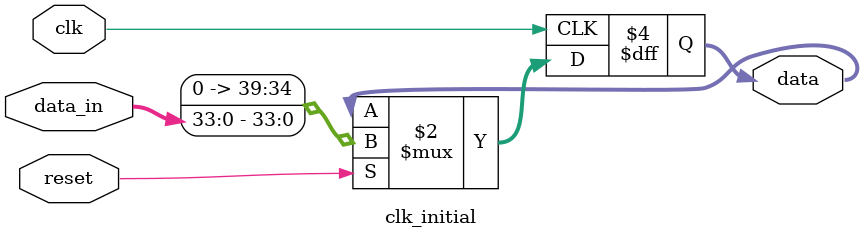
<source format=v>
`timescale 1ns / 1ps
module clk_initial(clk,reset,data_in,data);

input clk,reset;
input [33:0]data_in;
output reg [39:0]data ;

always @(posedge clk)
begin
if (reset)
begin
data<={6'd0,data_in};
end
end

endmodule

</source>
